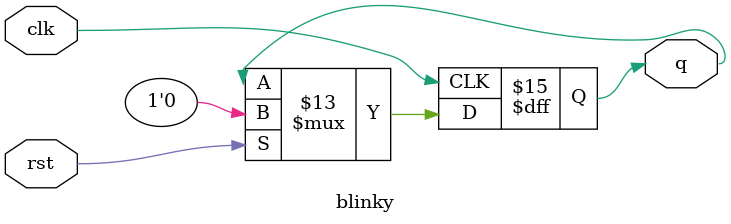
<source format=v>
`default_nettype none

module blinky (clk, rst, q);

    parameter clk_div = 0;  //! clock divider
    input wire clk;         //! clock
    input wire rst;         //! reset
    output reg q;           //! output

    reg [$clog2(clk_div)-1:0] count;

    always @(posedge clk) begin
        if (rst) begin
            count <= 0;
            q <= 0;
        end else begin
            count <= count + 1;
            if (count == clk_div - 1) begin
                q <= !q;
                count <= 0;
            end
        end
    end
endmodule

</source>
